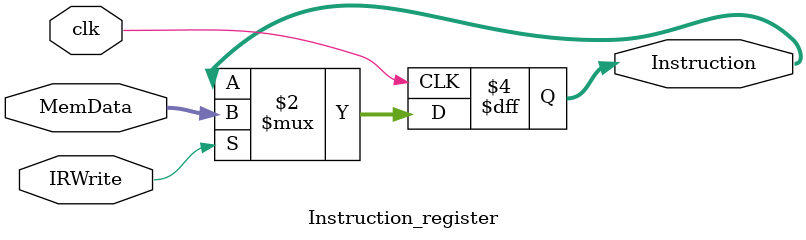
<source format=v>
`timescale 1ns / 1ps


module Instruction_register(
    input [31:0] MemData,
    input IRWrite,clk,
    output reg [31:0] Instruction
    );
    always @ (posedge clk)
    begin
        if (IRWrite) Instruction <= MemData;
    end
endmodule

</source>
